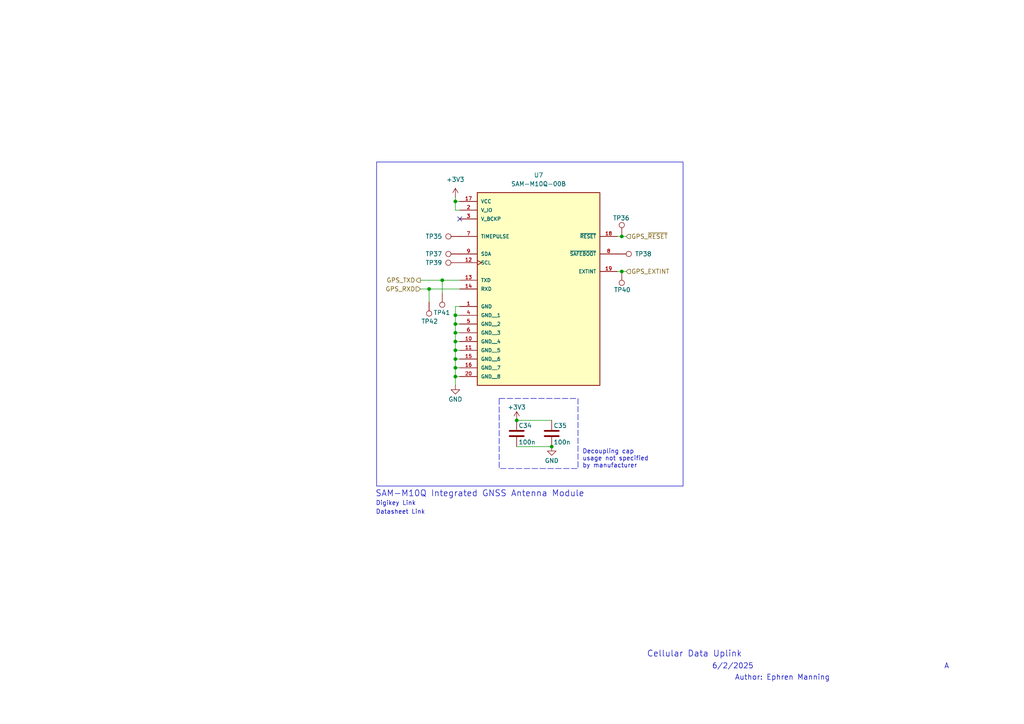
<source format=kicad_sch>
(kicad_sch (version 20250114) (generator "eeschema") (generator_version "9.0")
  (paper "A4")
  (lib_symbols
    (symbol "Connector:TestPoint" (pin_numbers (hide yes)) (pin_names (offset 0.762) (hide yes))
      (property "Reference" "TP" (at 0 6.858 0))
      (property "Value" "TestPoint" (at 0 5.08 0))
      (symbol "TestPoint_0_1"
        (circle (center 0 3.302) (radius 0.762))
      )
      (symbol "TestPoint_1_1"
        (pin passive line (at 0 0 90) (length 2.54) (name "1") (number "1"))
      )
    )
    (symbol "Device:C" (pin_numbers (hide yes)) (pin_names (offset 0.254))
      (property "Reference" "C" (at 0.635 2.54 0))
      (property "Value" "C" (at 0.635 -2.54 0))
      (symbol "C_0_1"
        (polyline (pts (xy -2.032 0.762) (xy 2.032 0.762)) (stroke (width 0.508)))
        (polyline (pts (xy -2.032 -0.762) (xy 2.032 -0.762)) (stroke (width 0.508)))
      )
      (symbol "C_1_1"
        (pin passive line (at 0 3.81 270) (length 2.794) (name "~") (number "1"))
        (pin passive line (at 0 -3.81 90) (length 2.794) (name "~") (number "2"))
      )
    )
    (symbol "SAM-M10Q-00B:SAM-M10Q-00B" (pin_names (offset 1.016))
      (property "Reference" "U" (at -17.78 18.542 0))
      (property "Value" "SAM-M10Q-00B" (at -17.78 -40.64 0))
      (symbol "SAM-M10Q-00B_0_0"
        (rectangle (start -17.78 -38.1) (end 17.78 17.78) (stroke (width 0.254)) (fill (type background)))
        (pin input line (at -22.86 5.08 0) (length 5.08) (name "~{RESET}") (number "18"))
        (pin input line (at -22.86 0 0) (length 5.08) (name "~{SAFEBOOT}") (number "8"))
        (pin input line (at -22.86 -5.08 0) (length 5.08) (name "EXTINT") (number "19"))
        (pin power_in line (at 22.86 15.24 180) (length 5.08) (name "VCC") (number "17"))
        (pin power_in line (at 22.86 12.7 180) (length 5.08) (name "V_IO") (number "2"))
        (pin power_in line (at 22.86 10.16 180) (length 5.08) (name "V_BCKP") (number "3"))
        (pin output line (at 22.86 5.08 180) (length 5.08) (name "TIMEPULSE") (number "7"))
        (pin bidirectional line (at 22.86 0 180) (length 5.08) (name "SDA") (number "9"))
        (pin input clock (at 22.86 -2.54 180) (length 5.08) (name "SCL") (number "12"))
        (pin output line (at 22.86 -7.62 180) (length 5.08) (name "TXD") (number "13"))
        (pin input line (at 22.86 -10.16 180) (length 5.08) (name "RXD") (number "14"))
        (pin power_in line (at 22.86 -15.24 180) (length 5.08) (name "GND") (number "1"))
        (pin power_in line (at 22.86 -17.78 180) (length 5.08) (name "GND__1") (number "4"))
        (pin power_in line (at 22.86 -20.32 180) (length 5.08) (name "GND__2") (number "5"))
        (pin power_in line (at 22.86 -22.86 180) (length 5.08) (name "GND__3") (number "6"))
        (pin power_in line (at 22.86 -25.4 180) (length 5.08) (name "GND__4") (number "10"))
        (pin power_in line (at 22.86 -27.94 180) (length 5.08) (name "GND__5") (number "11"))
        (pin power_in line (at 22.86 -30.48 180) (length 5.08) (name "GND__6") (number "15"))
        (pin power_in line (at 22.86 -33.02 180) (length 5.08) (name "GND__7") (number "16"))
        (pin power_in line (at 22.86 -35.56 180) (length 5.08) (name "GND__8") (number "20"))
      )
    )
    (symbol "power:+3V3" (power) (pin_numbers (hide yes)) (pin_names (offset 0) (hide yes))
      (property "Value" "+3V3" (at 0 3.556 0))
      (symbol "+3V3_0_1"
        (polyline (pts (xy -0.762 1.27) (xy 0 2.54)))
        (polyline (pts (xy 0 2.54) (xy 0.762 1.27)))
        (polyline (pts (xy 0 0) (xy 0 2.54)))
      )
      (symbol "+3V3_1_1"
        (pin power_in line (at 0 0 90) (length 0) (name "~") (number "1"))
      )
    )
    (symbol "power:GND" (power) (pin_numbers (hide yes)) (pin_names (offset 0) (hide yes))
      (property "Value" "GND" (at 0 -3.81 0))
      (symbol "GND_0_1"
        (polyline (pts (xy 0 0) (xy 0 -1.27) (xy 1.27 -1.27) (xy 0 -2.54) (xy -1.27 -1.27) (xy 0 -1.27)))
      )
      (symbol "GND_1_1"
        (pin power_in line (at 0 0 270) (length 0) (name "~") (number "1"))
      )
    )
  )
  (rectangle (start 144.78 115.57) (end 167.64 135.89) (stroke (width 0) (type dash)))
  (rectangle (start 109.22 46.99) (end 198.12 140.97))
  (text "Author: Ephren Manning\n" (at 213.106 196.596 0) (effects (font (size 1.524 1.524)) (justify left)))
  (text "SAM-M10Q Integrated GNSS Antenna Module" (at 139.192 143.256 0) (effects (font (size 1.778 1.778))))
  (text "A" (at 274.574 193.294 0) (effects (font (size 1.524 1.524))))
  (text "Digikey Link" (at 108.966 146.05 0) (effects (font (size 1.27 1.27)) (justify left)))
  (text "6/2/2025\n" (at 206.502 193.294 0) (effects (font (size 1.524 1.524)) (justify left)))
  (text "Cellular Data Uplink\n" (at 201.422 189.738 0) (effects (font (size 1.778 1.778))))
  (text "Decoupling cap\nusage not specified\nby manufacturer\n" (at 168.91 133.096 0) (effects (font (size 1.27 1.27)) (justify left)))
  (text "Datasheet Link" (at 108.966 148.59 0) (effects (font (size 1.27 1.27)) (justify left)))
  (junction (at 132.08 93.98))
  (junction (at 124.46 83.82))
  (junction (at 132.08 106.68))
  (junction (at 132.08 99.06))
  (junction (at 160.02 129.54))
  (junction (at 132.08 96.52))
  (junction (at 132.08 91.44))
  (junction (at 132.08 58.42))
  (junction (at 180.34 68.58))
  (junction (at 132.08 104.14))
  (junction (at 132.08 101.6))
  (junction (at 132.08 109.22))
  (junction (at 128.27 81.28))
  (junction (at 149.86 121.92))
  (junction (at 180.34 78.74))
  (no_connect (at 133.35 63.5))
  (wire (pts (xy 132.08 58.42) (xy 133.35 58.42)))
  (wire (pts (xy 133.35 101.6) (xy 132.08 101.6)))
  (wire (pts (xy 133.35 60.96) (xy 132.08 60.96)))
  (wire (pts (xy 149.86 121.92) (xy 160.02 121.92)))
  (wire (pts (xy 124.46 83.82) (xy 124.46 87.63)))
  (wire (pts (xy 132.08 91.44) (xy 132.08 93.98)))
  (wire (pts (xy 132.08 106.68) (xy 132.08 109.22)))
  (wire (pts (xy 132.08 93.98) (xy 132.08 96.52)))
  (wire (pts (xy 133.35 88.9) (xy 132.08 88.9)))
  (wire (pts (xy 132.08 101.6) (xy 132.08 104.14)))
  (wire (pts (xy 133.35 83.82) (xy 124.46 83.82)))
  (wire (pts (xy 133.35 104.14) (xy 132.08 104.14)))
  (wire (pts (xy 132.08 99.06) (xy 132.08 101.6)))
  (wire (pts (xy 132.08 57.15) (xy 132.08 58.42)))
  (wire (pts (xy 149.86 129.54) (xy 160.02 129.54)))
  (wire (pts (xy 132.08 96.52) (xy 132.08 99.06)))
  (wire (pts (xy 132.08 60.96) (xy 132.08 58.42)))
  (wire (pts (xy 128.27 81.28) (xy 128.27 85.09)))
  (wire (pts (xy 132.08 104.14) (xy 132.08 106.68)))
  (wire (pts (xy 132.08 109.22) (xy 132.08 111.76)))
  (wire (pts (xy 133.35 93.98) (xy 132.08 93.98)))
  (wire (pts (xy 124.46 83.82) (xy 121.92 83.82)))
  (wire (pts (xy 180.34 78.74) (xy 179.07 78.74)))
  (wire (pts (xy 181.61 78.74) (xy 180.34 78.74)))
  (wire (pts (xy 132.08 88.9) (xy 132.08 91.44)))
  (wire (pts (xy 133.35 99.06) (xy 132.08 99.06)))
  (wire (pts (xy 133.35 106.68) (xy 132.08 106.68)))
  (wire (pts (xy 133.35 96.52) (xy 132.08 96.52)))
  (wire (pts (xy 133.35 91.44) (xy 132.08 91.44)))
  (wire (pts (xy 181.61 68.58) (xy 180.34 68.58)))
  (wire (pts (xy 128.27 81.28) (xy 121.92 81.28)))
  (wire (pts (xy 133.35 109.22) (xy 132.08 109.22)))
  (wire (pts (xy 180.34 68.58) (xy 179.07 68.58)))
  (wire (pts (xy 133.35 81.28) (xy 128.27 81.28)))
  (hierarchical_label "GPS_TXD" (shape output) (at 121.92 81.28 180))
  (hierarchical_label "GPS_~{RESET}" (shape input) (at 181.61 68.58 0))
  (hierarchical_label "GPS_EXTINT" (shape input) (at 181.61 78.74 0))
  (hierarchical_label "GPS_RXD" (shape input) (at 121.92 83.82 180))
  (symbol (lib_id "Connector:TestPoint") (at 133.35 76.2 90) (mirror x) (unit 1)
    (property "Reference" "TP39" (at 128.27 76.2 90) (effects (justify left)))
    (property "Value" "TestPoint" (effects (hide yes)))
    (property "Footprint" "TestPoint:TestPoint_Pad_D1.0mm" (effects (hide yes)))
    (property "Description" "test point" (effects (hide yes)))
  )
  (symbol (lib_id "Connector:TestPoint") (at 133.35 73.66 90) (mirror x) (unit 1)
    (property "Reference" "TP37" (at 128.27 73.66 90) (effects (justify left)))
    (property "Value" "TestPoint" (effects (hide yes)))
    (property "Footprint" "TestPoint:TestPoint_Pad_D1.0mm" (effects (hide yes)))
    (property "Description" "test point" (effects (hide yes)))
  )
  (symbol (lib_id "Connector:TestPoint") (at 180.34 68.58 0) (mirror y) (unit 1)
    (property "Reference" "TP36" (at 182.626 63.246 0) (effects (justify left)))
    (property "Value" "TestPoint" (effects (hide yes)))
    (property "Footprint" "TestPoint:TestPoint_Pad_D1.0mm" (effects (hide yes)))
    (property "Description" "test point" (effects (hide yes)))
  )
  (symbol (lib_id "SAM-M10Q-00B:SAM-M10Q-00B") (at 156.21 73.66 0) (mirror y) (unit 1)
    (property "Reference" "U7" (at 156.21 50.8 0))
    (property "Value" "SAM-M10Q-00B" (at 156.21 53.34 0))
    (property "Footprint" "SAM-M10Q-00B:XCVR_SAM-M10Q-00B" (effects (hide yes)))
    (property "PARTREV" "R03" (effects (hide yes)))
    (property "MANUFACTURER" "u-blox" (effects (hide yes)))
    (property "STANDARD" "Manufacturer Recommendations" (effects (hide yes)))
    (property "MAXIMUM_PACKAGE_HEIGHT" "6.8mm" (effects (hide yes)))
    (property "SNAPEDA_PN" "SAM-M10Q-00B" (effects (hide yes)))
    (property "MPN" "SAM-M10Q-00B" (effects (hide yes)))
  )
  (symbol (lib_id "power:+3V3") (at 149.86 121.92 0) (unit 1)
    (property "Reference" "#PWR062" (effects (hide yes)))
    (property "Value" "+3V3" (at 149.86 118.11 0))
    (property "Description" "Power symbol creates a global label with name \"+3V3\"" (effects (hide yes)))
  )
  (symbol (lib_id "Connector:TestPoint") (at 180.34 78.74 0) (mirror x) (unit 1)
    (property "Reference" "TP40" (at 178.054 84.074 0) (effects (justify left)))
    (property "Value" "TestPoint" (effects (hide yes)))
    (property "Footprint" "TestPoint:TestPoint_Pad_D1.0mm" (effects (hide yes)))
    (property "Description" "test point" (effects (hide yes)))
  )
  (symbol (lib_id "power:+3V3") (at 132.08 57.15 0) (mirror y) (unit 1)
    (property "Reference" "#PWR060" (effects (hide yes)))
    (property "Value" "+3V3" (at 132.08 52.07 0))
    (property "Description" "Power symbol creates a global label with name \"+3V3\"" (effects (hide yes)))
  )
  (symbol (lib_id "Connector:TestPoint") (at 179.07 73.66 270) (mirror x) (unit 1)
    (property "Reference" "TP38" (at 184.15 73.66 90) (effects (justify left)))
    (property "Value" "TestPoint" (effects (hide yes)))
    (property "Footprint" "TestPoint:TestPoint_Pad_D1.0mm" (effects (hide yes)))
    (property "Description" "test point" (effects (hide yes)))
  )
  (symbol (lib_id "Connector:TestPoint") (at 124.46 87.63 0) (mirror x) (unit 1)
    (property "Reference" "TP42" (at 122.174 93.218 0) (effects (justify left)))
    (property "Value" "TestPoint" (effects (hide yes)))
    (property "Footprint" "TestPoint:TestPoint_Pad_D1.0mm" (effects (hide yes)))
    (property "Description" "test point" (effects (hide yes)))
  )
  (symbol (lib_id "Connector:TestPoint") (at 128.27 85.09 0) (mirror x) (unit 1)
    (property "Reference" "TP41" (at 125.73 90.678 0) (effects (justify left)))
    (property "Value" "TestPoint" (effects (hide yes)))
    (property "Footprint" "TestPoint:TestPoint_Pad_D1.0mm" (effects (hide yes)))
    (property "Description" "test point" (effects (hide yes)))
  )
  (symbol (lib_id "Device:C") (at 149.86 125.73 0) (unit 1)
    (property "Reference" "C34" (at 150.368 123.444 0) (effects (justify left)))
    (property "Value" "100n" (at 150.368 128.27 0) (effects (justify left)))
    (property "Footprint" "Capacitor_SMD:C_0402_1005Metric" (effects (hide yes)))
    (property "Description" "Unpolarized capacitor" (effects (hide yes)))
    (property "MPN" "CL05B104KP5NNNC" (effects (hide yes)))
  )
  (symbol (lib_id "power:GND") (at 160.02 129.54 0) (unit 1)
    (property "Reference" "#PWR063" (effects (hide yes)))
    (property "Value" "GND" (at 160.02 133.604 0))
    (property "Description" "Power symbol creates a global label with name \"GND\" , ground" (effects (hide yes)))
  )
  (symbol (lib_id "Connector:TestPoint") (at 133.35 68.58 90) (mirror x) (unit 1)
    (property "Reference" "TP35" (at 128.27 68.58 90) (effects (justify left)))
    (property "Value" "TestPoint" (effects (hide yes)))
    (property "Footprint" "TestPoint:TestPoint_Pad_D1.0mm" (effects (hide yes)))
    (property "Description" "test point" (effects (hide yes)))
  )
  (symbol (lib_id "Device:C") (at 160.02 125.73 0) (unit 1)
    (property "Reference" "C35" (at 160.528 123.444 0) (effects (justify left)))
    (property "Value" "100n" (at 160.528 128.27 0) (effects (justify left)))
    (property "Footprint" "Capacitor_SMD:C_0402_1005Metric" (effects (hide yes)))
    (property "Description" "Unpolarized capacitor" (effects (hide yes)))
    (property "MPN" "CL05B104KP5NNNC" (effects (hide yes)))
  )
  (symbol (lib_id "power:GND") (at 132.08 111.76 0) (mirror y) (unit 1)
    (property "Reference" "#PWR061" (effects (hide yes)))
    (property "Value" "GND" (at 132.08 115.824 0))
    (property "Description" "Power symbol creates a global label with name \"GND\" , ground" (effects (hide yes)))
  )
)
</source>
